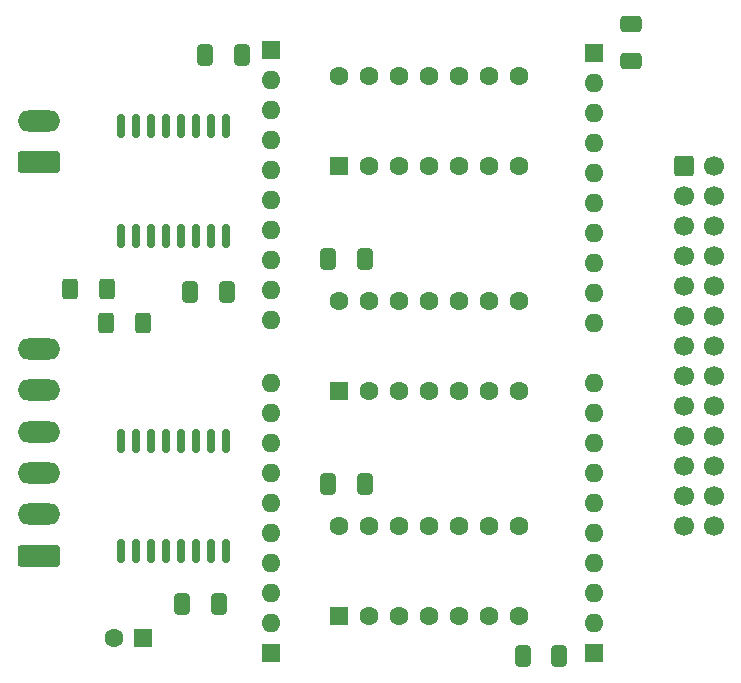
<source format=gbs>
%TF.GenerationSoftware,KiCad,Pcbnew,7.0.11+dfsg-1build4*%
%TF.CreationDate,2025-09-15T10:53:29+02:00*%
%TF.ProjectId,upp10a3v1.1,75707031-3061-4337-9631-2e312e6b6963,rev?*%
%TF.SameCoordinates,Original*%
%TF.FileFunction,Soldermask,Bot*%
%TF.FilePolarity,Negative*%
%FSLAX46Y46*%
G04 Gerber Fmt 4.6, Leading zero omitted, Abs format (unit mm)*
G04 Created by KiCad (PCBNEW 7.0.11+dfsg-1build4) date 2025-09-15 10:53:29*
%MOMM*%
%LPD*%
G01*
G04 APERTURE LIST*
G04 Aperture macros list*
%AMRoundRect*
0 Rectangle with rounded corners*
0 $1 Rounding radius*
0 $2 $3 $4 $5 $6 $7 $8 $9 X,Y pos of 4 corners*
0 Add a 4 corners polygon primitive as box body*
4,1,4,$2,$3,$4,$5,$6,$7,$8,$9,$2,$3,0*
0 Add four circle primitives for the rounded corners*
1,1,$1+$1,$2,$3*
1,1,$1+$1,$4,$5*
1,1,$1+$1,$6,$7*
1,1,$1+$1,$8,$9*
0 Add four rect primitives between the rounded corners*
20,1,$1+$1,$2,$3,$4,$5,0*
20,1,$1+$1,$4,$5,$6,$7,0*
20,1,$1+$1,$6,$7,$8,$9,0*
20,1,$1+$1,$8,$9,$2,$3,0*%
G04 Aperture macros list end*
%ADD10RoundRect,0.150000X0.150000X-0.875000X0.150000X0.875000X-0.150000X0.875000X-0.150000X-0.875000X0*%
%ADD11RoundRect,0.250000X-0.600000X-0.600000X0.600000X-0.600000X0.600000X0.600000X-0.600000X0.600000X0*%
%ADD12C,1.700000*%
%ADD13R,1.600000X1.600000*%
%ADD14O,1.600000X1.600000*%
%ADD15RoundRect,0.250000X1.550000X-0.650000X1.550000X0.650000X-1.550000X0.650000X-1.550000X-0.650000X0*%
%ADD16O,3.600000X1.800000*%
%ADD17C,1.600000*%
%ADD18RoundRect,0.250000X0.650000X-0.412500X0.650000X0.412500X-0.650000X0.412500X-0.650000X-0.412500X0*%
%ADD19RoundRect,0.250000X-0.412500X-0.650000X0.412500X-0.650000X0.412500X0.650000X-0.412500X0.650000X0*%
%ADD20RoundRect,0.250000X0.412500X0.650000X-0.412500X0.650000X-0.412500X-0.650000X0.412500X-0.650000X0*%
%ADD21RoundRect,0.250000X-0.400000X-0.625000X0.400000X-0.625000X0.400000X0.625000X-0.400000X0.625000X0*%
G04 APERTURE END LIST*
D10*
%TO.C,U2*%
X71755000Y-96090000D03*
X70485000Y-96090000D03*
X69215000Y-96090000D03*
X67945000Y-96090000D03*
X66675000Y-96090000D03*
X65405000Y-96090000D03*
X64135000Y-96090000D03*
X62865000Y-96090000D03*
X62865000Y-86790000D03*
X64135000Y-86790000D03*
X65405000Y-86790000D03*
X66675000Y-86790000D03*
X67945000Y-86790000D03*
X69215000Y-86790000D03*
X70485000Y-86790000D03*
X71755000Y-86790000D03*
%TD*%
%TO.C,U1*%
X71755000Y-122760000D03*
X70485000Y-122760000D03*
X69215000Y-122760000D03*
X67945000Y-122760000D03*
X66675000Y-122760000D03*
X65405000Y-122760000D03*
X64135000Y-122760000D03*
X62865000Y-122760000D03*
X62865000Y-113460000D03*
X64135000Y-113460000D03*
X65405000Y-113460000D03*
X66675000Y-113460000D03*
X67945000Y-113460000D03*
X69215000Y-113460000D03*
X70485000Y-113460000D03*
X71755000Y-113460000D03*
%TD*%
D11*
%TO.C,J3*%
X110490000Y-90170000D03*
D12*
X113030000Y-90170000D03*
X110490000Y-92710000D03*
X113030000Y-92710000D03*
X110490000Y-95250000D03*
X113030000Y-95250000D03*
X110490000Y-97790000D03*
X113030000Y-97790000D03*
X110490000Y-100330000D03*
X113030000Y-100330000D03*
X110490000Y-102870000D03*
X113030000Y-102870000D03*
X110490000Y-105410000D03*
X113030000Y-105410000D03*
X110490000Y-107950000D03*
X113030000Y-107950000D03*
X110490000Y-110490000D03*
X113030000Y-110490000D03*
X110490000Y-113030000D03*
X113030000Y-113030000D03*
X110490000Y-115570000D03*
X113030000Y-115570000D03*
X110490000Y-118110000D03*
X113030000Y-118110000D03*
X110490000Y-120650000D03*
X113030000Y-120650000D03*
%TD*%
D13*
%TO.C,RN2*%
X102870000Y-80645000D03*
D14*
X102870000Y-83185000D03*
X102870000Y-85725000D03*
X102870000Y-88265000D03*
X102870000Y-90805000D03*
X102870000Y-93345000D03*
X102870000Y-95885000D03*
X102870000Y-98425000D03*
X102870000Y-100965000D03*
X102870000Y-103505000D03*
%TD*%
D15*
%TO.C,J2*%
X55880000Y-89860000D03*
D16*
X55880000Y-86360000D03*
%TD*%
D13*
%TO.C,C1*%
X64730000Y-130175000D03*
D17*
X62230000Y-130175000D03*
%TD*%
D13*
%TO.C,RN5*%
X75565000Y-80391000D03*
D14*
X75565000Y-82931000D03*
X75565000Y-85471000D03*
X75565000Y-88011000D03*
X75565000Y-90551000D03*
X75565000Y-93091000D03*
X75565000Y-95631000D03*
X75565000Y-98171000D03*
X75565000Y-100711000D03*
X75565000Y-103251000D03*
%TD*%
D13*
%TO.C,U5*%
X81280000Y-90170000D03*
D17*
X83820000Y-90170000D03*
X86360000Y-90170000D03*
X88900000Y-90170000D03*
X91440000Y-90170000D03*
X93980000Y-90170000D03*
X96520000Y-90170000D03*
X96520000Y-82550000D03*
X93980000Y-82550000D03*
X91440000Y-82550000D03*
X88900000Y-82550000D03*
X86360000Y-82550000D03*
X83820000Y-82550000D03*
X81280000Y-82550000D03*
%TD*%
D15*
%TO.C,J1*%
X55880000Y-123190000D03*
D16*
X55880000Y-119690000D03*
X55880000Y-116190000D03*
X55880000Y-112690000D03*
X55880000Y-109190000D03*
X55880000Y-105690000D03*
%TD*%
D13*
%TO.C,RN3*%
X102870000Y-131445000D03*
D14*
X102870000Y-128905000D03*
X102870000Y-126365000D03*
X102870000Y-123825000D03*
X102870000Y-121285000D03*
X102870000Y-118745000D03*
X102870000Y-116205000D03*
X102870000Y-113665000D03*
X102870000Y-111125000D03*
X102870000Y-108585000D03*
%TD*%
D13*
%TO.C,RN1*%
X75565000Y-131445000D03*
D14*
X75565000Y-128905000D03*
X75565000Y-126365000D03*
X75565000Y-123825000D03*
X75565000Y-121285000D03*
X75565000Y-118745000D03*
X75565000Y-116205000D03*
X75565000Y-113665000D03*
X75565000Y-111125000D03*
X75565000Y-108585000D03*
%TD*%
D13*
%TO.C,U4*%
X81280000Y-128270000D03*
D17*
X83820000Y-128270000D03*
X86360000Y-128270000D03*
X88900000Y-128270000D03*
X91440000Y-128270000D03*
X93980000Y-128270000D03*
X96520000Y-128270000D03*
X96520000Y-120650000D03*
X93980000Y-120650000D03*
X91440000Y-120650000D03*
X88900000Y-120650000D03*
X86360000Y-120650000D03*
X83820000Y-120650000D03*
X81280000Y-120650000D03*
%TD*%
D13*
%TO.C,U3*%
X81280000Y-109225000D03*
D17*
X83820000Y-109225000D03*
X86360000Y-109225000D03*
X88900000Y-109225000D03*
X91440000Y-109225000D03*
X93980000Y-109225000D03*
X96520000Y-109225000D03*
X96520000Y-101605000D03*
X93980000Y-101605000D03*
X91440000Y-101605000D03*
X88900000Y-101605000D03*
X86360000Y-101605000D03*
X83820000Y-101605000D03*
X81280000Y-101605000D03*
%TD*%
D18*
%TO.C,C7*%
X106045000Y-81280000D03*
X106045000Y-78155000D03*
%TD*%
D19*
%TO.C,C5*%
X80352500Y-98044000D03*
X83477500Y-98044000D03*
%TD*%
D20*
%TO.C,C8*%
X99949000Y-131699000D03*
X96824000Y-131699000D03*
%TD*%
D21*
%TO.C,R2*%
X61569000Y-103505000D03*
X64669000Y-103505000D03*
%TD*%
D19*
%TO.C,C6*%
X80352500Y-117094000D03*
X83477500Y-117094000D03*
%TD*%
D20*
%TO.C,C3*%
X71133100Y-127279400D03*
X68008100Y-127279400D03*
%TD*%
D21*
%TO.C,R1*%
X58521000Y-100584000D03*
X61621000Y-100584000D03*
%TD*%
D20*
%TO.C,C4*%
X73063500Y-80772000D03*
X69938500Y-80772000D03*
%TD*%
%TO.C,C2*%
X71793500Y-100838000D03*
X68668500Y-100838000D03*
%TD*%
M02*

</source>
